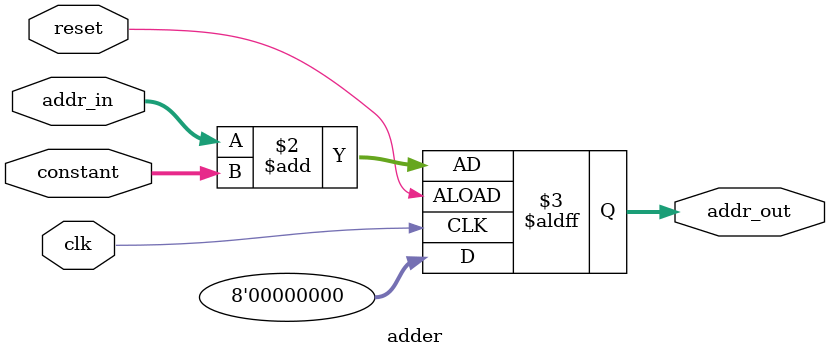
<source format=v>
module adder(
	input clk, reset,
	input[7:0] addr_in, constant, 
	output reg [7:0] addr_out);
always@(posedge clk, negedge reset)
begin
		if(reset)
			addr_out <= 8'h00;
		else 
		addr_out <= addr_in + constant;
end
endmodule

</source>
